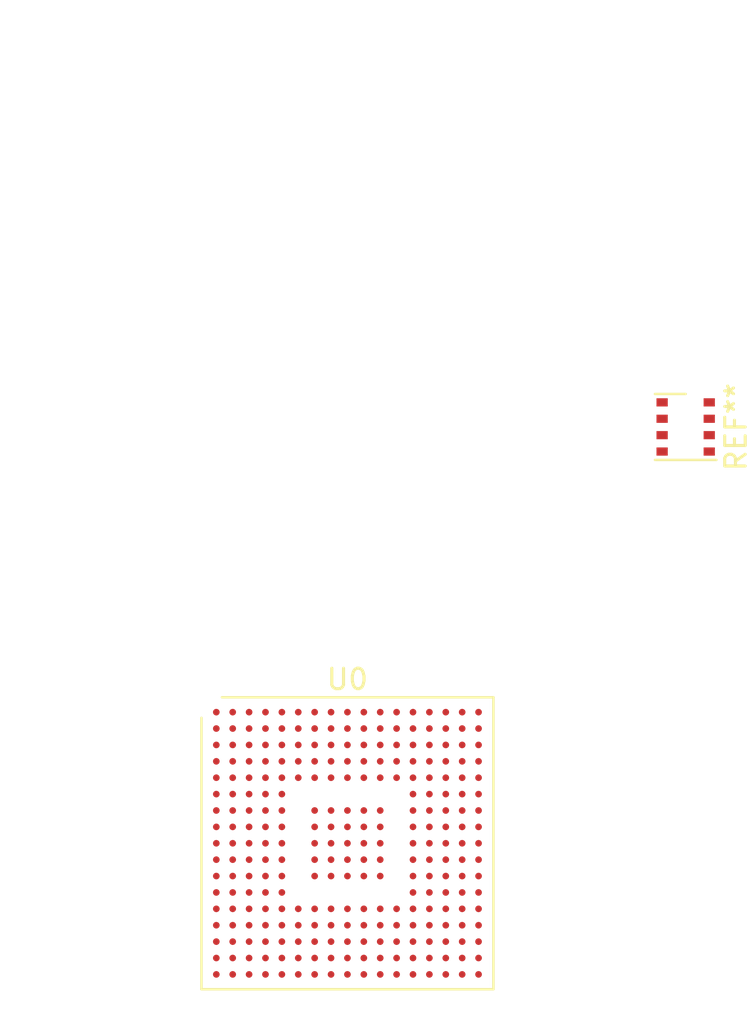
<source format=kicad_pcb>
(kicad_pcb (version 20171130) (host pcbnew "(5.0.2)-1")

  (general
    (thickness 1.6)
    (drawings 0)
    (tracks 0)
    (zones 0)
    (modules 2)
    (nets 1)
  )

  (page A4)
  (layers
    (0 F.Cu signal)
    (31 B.Cu signal)
    (32 B.Adhes user)
    (33 F.Adhes user)
    (34 B.Paste user)
    (35 F.Paste user)
    (36 B.SilkS user)
    (37 F.SilkS user)
    (38 B.Mask user)
    (39 F.Mask user)
    (40 Dwgs.User user)
    (41 Cmts.User user)
    (42 Eco1.User user)
    (43 Eco2.User user)
    (44 Edge.Cuts user)
    (45 Margin user)
    (46 B.CrtYd user)
    (47 F.CrtYd user)
    (48 B.Fab user)
    (49 F.Fab user)
  )

  (setup
    (last_trace_width 0.25)
    (trace_clearance 0.2)
    (zone_clearance 0.508)
    (zone_45_only no)
    (trace_min 0.2)
    (segment_width 0.2)
    (edge_width 0.15)
    (via_size 0.8)
    (via_drill 0.4)
    (via_min_size 0.4)
    (via_min_drill 0.3)
    (uvia_size 0.3)
    (uvia_drill 0.1)
    (uvias_allowed no)
    (uvia_min_size 0.2)
    (uvia_min_drill 0.1)
    (pcb_text_width 0.3)
    (pcb_text_size 1.5 1.5)
    (mod_edge_width 0.15)
    (mod_text_size 1 1)
    (mod_text_width 0.15)
    (pad_size 1.524 1.524)
    (pad_drill 0.762)
    (pad_to_mask_clearance 0.051)
    (solder_mask_min_width 0.25)
    (aux_axis_origin 0 0)
    (visible_elements 7FFFFFFF)
    (pcbplotparams
      (layerselection 0x010fc_ffffffff)
      (usegerberextensions false)
      (usegerberattributes false)
      (usegerberadvancedattributes false)
      (creategerberjobfile false)
      (excludeedgelayer true)
      (linewidth 0.100000)
      (plotframeref false)
      (viasonmask false)
      (mode 1)
      (useauxorigin false)
      (hpglpennumber 1)
      (hpglpenspeed 20)
      (hpglpendiameter 15.000000)
      (psnegative false)
      (psa4output false)
      (plotreference true)
      (plotvalue true)
      (plotinvisibletext false)
      (padsonsilk false)
      (subtractmaskfromsilk false)
      (outputformat 1)
      (mirror false)
      (drillshape 1)
      (scaleselection 1)
      (outputdirectory ""))
  )

  (net 0 "")

  (net_class Default "This is the default net class."
    (clearance 0.2)
    (trace_width 0.25)
    (via_dia 0.8)
    (via_drill 0.4)
    (uvia_dia 0.3)
    (uvia_drill 0.1)
  )

  (module Package_BGA:TFBGA-265_14x14mm_Layout17x17_P0.8mm (layer F.Cu) (tedit 5CF4FC42) (tstamp 5D01C88C)
    (at 152.4 88.9)
    (descr "TFBGA-265, 17x17 raster, 14x14mm package, pitch 0.8mm; see section 7.8 of http://www.st.com/resource/en/datasheet/DM00387108.pdf")
    (tags "BGA 265 0.8")
    (attr smd)
    (fp_text reference U0 (at 0 -8) (layer F.SilkS)
      (effects (font (size 1 1) (thickness 0.15)))
    )
    (fp_text value TFBGA-265_14x14mm_Layout17x17_P0.8mm (at 0 8) (layer F.Fab)
      (effects (font (size 1 1) (thickness 0.15)))
    )
    (fp_text user %R (at 0 0) (layer F.Fab)
      (effects (font (size 1 1) (thickness 0.15)))
    )
    (fp_line (start -7.125 7.125) (end -7.125 -6.125) (layer F.SilkS) (width 0.12))
    (fp_line (start 7.125 7.125) (end -7.125 7.125) (layer F.SilkS) (width 0.12))
    (fp_line (start 7.125 -7.125) (end 7.125 7.125) (layer F.SilkS) (width 0.12))
    (fp_line (start -6.125 -7.125) (end 7.125 -7.125) (layer F.SilkS) (width 0.12))
    (fp_line (start 8 -8) (end -8 -8) (layer F.CrtYd) (width 0.05))
    (fp_line (start 8 8) (end 8 -8) (layer F.CrtYd) (width 0.05))
    (fp_line (start -8 8) (end 8 8) (layer F.CrtYd) (width 0.05))
    (fp_line (start -8 -8) (end -8 8) (layer F.CrtYd) (width 0.05))
    (fp_line (start 7 -7) (end 7 7) (layer F.Fab) (width 0.1))
    (fp_line (start -6 -7) (end 7 -7) (layer F.Fab) (width 0.1))
    (fp_line (start -7 -6) (end -6 -7) (layer F.Fab) (width 0.1))
    (fp_line (start -7 7) (end -7 -6) (layer F.Fab) (width 0.1))
    (fp_line (start 7 7) (end -7 7) (layer F.Fab) (width 0.1))
    (pad U17 smd circle (at 6.4 6.4) (size 0.325 0.325) (layers F.Cu F.Paste F.Mask)
      (solder_paste_margin_ratio -0.115))
    (pad U16 smd circle (at 5.6 6.4) (size 0.325 0.325) (layers F.Cu F.Paste F.Mask)
      (solder_paste_margin_ratio -0.115))
    (pad U15 smd circle (at 4.8 6.4) (size 0.325 0.325) (layers F.Cu F.Paste F.Mask)
      (solder_paste_margin_ratio -0.115))
    (pad U14 smd circle (at 4 6.4) (size 0.325 0.325) (layers F.Cu F.Paste F.Mask)
      (solder_paste_margin_ratio -0.115))
    (pad U13 smd circle (at 3.2 6.4) (size 0.325 0.325) (layers F.Cu F.Paste F.Mask)
      (solder_paste_margin_ratio -0.115))
    (pad U12 smd circle (at 2.4 6.4) (size 0.325 0.325) (layers F.Cu F.Paste F.Mask)
      (solder_paste_margin_ratio -0.115))
    (pad U11 smd circle (at 1.6 6.4) (size 0.325 0.325) (layers F.Cu F.Paste F.Mask)
      (solder_paste_margin_ratio -0.115))
    (pad U10 smd circle (at 0.8 6.4) (size 0.325 0.325) (layers F.Cu F.Paste F.Mask)
      (solder_paste_margin_ratio -0.115))
    (pad U9 smd circle (at 0 6.4) (size 0.325 0.325) (layers F.Cu F.Paste F.Mask)
      (solder_paste_margin_ratio -0.115))
    (pad U8 smd circle (at -0.8 6.4) (size 0.325 0.325) (layers F.Cu F.Paste F.Mask)
      (solder_paste_margin_ratio -0.115))
    (pad U7 smd circle (at -1.6 6.4) (size 0.325 0.325) (layers F.Cu F.Paste F.Mask)
      (solder_paste_margin_ratio -0.115))
    (pad U6 smd circle (at -2.4 6.4) (size 0.325 0.325) (layers F.Cu F.Paste F.Mask)
      (solder_paste_margin_ratio -0.115))
    (pad U5 smd circle (at -3.2 6.4) (size 0.325 0.325) (layers F.Cu F.Paste F.Mask)
      (solder_paste_margin_ratio -0.115))
    (pad U4 smd circle (at -4 6.4) (size 0.325 0.325) (layers F.Cu F.Paste F.Mask)
      (solder_paste_margin_ratio -0.115))
    (pad U3 smd circle (at -4.8 6.4) (size 0.325 0.325) (layers F.Cu F.Paste F.Mask)
      (solder_paste_margin_ratio -0.115))
    (pad U2 smd circle (at -5.6 6.4) (size 0.325 0.325) (layers F.Cu F.Paste F.Mask)
      (solder_paste_margin_ratio -0.115))
    (pad U1 smd circle (at -6.4 6.4) (size 0.325 0.325) (layers F.Cu F.Paste F.Mask)
      (solder_paste_margin_ratio -0.115))
    (pad T17 smd circle (at 6.4 5.6) (size 0.325 0.325) (layers F.Cu F.Paste F.Mask)
      (solder_paste_margin_ratio -0.115))
    (pad T16 smd circle (at 5.6 5.6) (size 0.325 0.325) (layers F.Cu F.Paste F.Mask)
      (solder_paste_margin_ratio -0.115))
    (pad T15 smd circle (at 4.8 5.6) (size 0.325 0.325) (layers F.Cu F.Paste F.Mask)
      (solder_paste_margin_ratio -0.115))
    (pad T14 smd circle (at 4 5.6) (size 0.325 0.325) (layers F.Cu F.Paste F.Mask)
      (solder_paste_margin_ratio -0.115))
    (pad T13 smd circle (at 3.2 5.6) (size 0.325 0.325) (layers F.Cu F.Paste F.Mask)
      (solder_paste_margin_ratio -0.115))
    (pad T12 smd circle (at 2.4 5.6) (size 0.325 0.325) (layers F.Cu F.Paste F.Mask)
      (solder_paste_margin_ratio -0.115))
    (pad T11 smd circle (at 1.6 5.6) (size 0.325 0.325) (layers F.Cu F.Paste F.Mask)
      (solder_paste_margin_ratio -0.115))
    (pad T10 smd circle (at 0.8 5.6) (size 0.325 0.325) (layers F.Cu F.Paste F.Mask)
      (solder_paste_margin_ratio -0.115))
    (pad T9 smd circle (at 0 5.6) (size 0.325 0.325) (layers F.Cu F.Paste F.Mask)
      (solder_paste_margin_ratio -0.115))
    (pad T8 smd circle (at -0.8 5.6) (size 0.325 0.325) (layers F.Cu F.Paste F.Mask)
      (solder_paste_margin_ratio -0.115))
    (pad T7 smd circle (at -1.6 5.6) (size 0.325 0.325) (layers F.Cu F.Paste F.Mask)
      (solder_paste_margin_ratio -0.115))
    (pad T6 smd circle (at -2.4 5.6) (size 0.325 0.325) (layers F.Cu F.Paste F.Mask)
      (solder_paste_margin_ratio -0.115))
    (pad T5 smd circle (at -3.2 5.6) (size 0.325 0.325) (layers F.Cu F.Paste F.Mask)
      (solder_paste_margin_ratio -0.115))
    (pad T4 smd circle (at -4 5.6) (size 0.325 0.325) (layers F.Cu F.Paste F.Mask)
      (solder_paste_margin_ratio -0.115))
    (pad T3 smd circle (at -4.8 5.6) (size 0.325 0.325) (layers F.Cu F.Paste F.Mask)
      (solder_paste_margin_ratio -0.115))
    (pad T2 smd circle (at -5.6 5.6) (size 0.325 0.325) (layers F.Cu F.Paste F.Mask)
      (solder_paste_margin_ratio -0.115))
    (pad T1 smd circle (at -6.4 5.6) (size 0.325 0.325) (layers F.Cu F.Paste F.Mask)
      (solder_paste_margin_ratio -0.115))
    (pad R17 smd circle (at 6.4 4.8) (size 0.325 0.325) (layers F.Cu F.Paste F.Mask)
      (solder_paste_margin_ratio -0.115))
    (pad R16 smd circle (at 5.6 4.8) (size 0.325 0.325) (layers F.Cu F.Paste F.Mask)
      (solder_paste_margin_ratio -0.115))
    (pad R15 smd circle (at 4.8 4.8) (size 0.325 0.325) (layers F.Cu F.Paste F.Mask)
      (solder_paste_margin_ratio -0.115))
    (pad R14 smd circle (at 4 4.8) (size 0.325 0.325) (layers F.Cu F.Paste F.Mask)
      (solder_paste_margin_ratio -0.115))
    (pad R13 smd circle (at 3.2 4.8) (size 0.325 0.325) (layers F.Cu F.Paste F.Mask)
      (solder_paste_margin_ratio -0.115))
    (pad R12 smd circle (at 2.4 4.8) (size 0.325 0.325) (layers F.Cu F.Paste F.Mask)
      (solder_paste_margin_ratio -0.115))
    (pad R11 smd circle (at 1.6 4.8) (size 0.325 0.325) (layers F.Cu F.Paste F.Mask)
      (solder_paste_margin_ratio -0.115))
    (pad R10 smd circle (at 0.8 4.8) (size 0.325 0.325) (layers F.Cu F.Paste F.Mask)
      (solder_paste_margin_ratio -0.115))
    (pad R9 smd circle (at 0 4.8) (size 0.325 0.325) (layers F.Cu F.Paste F.Mask)
      (solder_paste_margin_ratio -0.115))
    (pad R8 smd circle (at -0.8 4.8) (size 0.325 0.325) (layers F.Cu F.Paste F.Mask)
      (solder_paste_margin_ratio -0.115))
    (pad R7 smd circle (at -1.6 4.8) (size 0.325 0.325) (layers F.Cu F.Paste F.Mask)
      (solder_paste_margin_ratio -0.115))
    (pad R6 smd circle (at -2.4 4.8) (size 0.325 0.325) (layers F.Cu F.Paste F.Mask)
      (solder_paste_margin_ratio -0.115))
    (pad R5 smd circle (at -3.2 4.8) (size 0.325 0.325) (layers F.Cu F.Paste F.Mask)
      (solder_paste_margin_ratio -0.115))
    (pad R4 smd circle (at -4 4.8) (size 0.325 0.325) (layers F.Cu F.Paste F.Mask)
      (solder_paste_margin_ratio -0.115))
    (pad R3 smd circle (at -4.8 4.8) (size 0.325 0.325) (layers F.Cu F.Paste F.Mask)
      (solder_paste_margin_ratio -0.115))
    (pad R2 smd circle (at -5.6 4.8) (size 0.325 0.325) (layers F.Cu F.Paste F.Mask)
      (solder_paste_margin_ratio -0.115))
    (pad R1 smd circle (at -6.4 4.8) (size 0.325 0.325) (layers F.Cu F.Paste F.Mask)
      (solder_paste_margin_ratio -0.115))
    (pad P17 smd circle (at 6.4 4) (size 0.325 0.325) (layers F.Cu F.Paste F.Mask)
      (solder_paste_margin_ratio -0.115))
    (pad P16 smd circle (at 5.6 4) (size 0.325 0.325) (layers F.Cu F.Paste F.Mask)
      (solder_paste_margin_ratio -0.115))
    (pad P15 smd circle (at 4.8 4) (size 0.325 0.325) (layers F.Cu F.Paste F.Mask)
      (solder_paste_margin_ratio -0.115))
    (pad P14 smd circle (at 4 4) (size 0.325 0.325) (layers F.Cu F.Paste F.Mask)
      (solder_paste_margin_ratio -0.115))
    (pad P13 smd circle (at 3.2 4) (size 0.325 0.325) (layers F.Cu F.Paste F.Mask)
      (solder_paste_margin_ratio -0.115))
    (pad P12 smd circle (at 2.4 4) (size 0.325 0.325) (layers F.Cu F.Paste F.Mask)
      (solder_paste_margin_ratio -0.115))
    (pad P11 smd circle (at 1.6 4) (size 0.325 0.325) (layers F.Cu F.Paste F.Mask)
      (solder_paste_margin_ratio -0.115))
    (pad P10 smd circle (at 0.8 4) (size 0.325 0.325) (layers F.Cu F.Paste F.Mask)
      (solder_paste_margin_ratio -0.115))
    (pad P9 smd circle (at 0 4) (size 0.325 0.325) (layers F.Cu F.Paste F.Mask)
      (solder_paste_margin_ratio -0.115))
    (pad P8 smd circle (at -0.8 4) (size 0.325 0.325) (layers F.Cu F.Paste F.Mask)
      (solder_paste_margin_ratio -0.115))
    (pad P7 smd circle (at -1.6 4) (size 0.325 0.325) (layers F.Cu F.Paste F.Mask)
      (solder_paste_margin_ratio -0.115))
    (pad P6 smd circle (at -2.4 4) (size 0.325 0.325) (layers F.Cu F.Paste F.Mask)
      (solder_paste_margin_ratio -0.115))
    (pad P5 smd circle (at -3.2 4) (size 0.325 0.325) (layers F.Cu F.Paste F.Mask)
      (solder_paste_margin_ratio -0.115))
    (pad P4 smd circle (at -4 4) (size 0.325 0.325) (layers F.Cu F.Paste F.Mask)
      (solder_paste_margin_ratio -0.115))
    (pad P3 smd circle (at -4.8 4) (size 0.325 0.325) (layers F.Cu F.Paste F.Mask)
      (solder_paste_margin_ratio -0.115))
    (pad P2 smd circle (at -5.6 4) (size 0.325 0.325) (layers F.Cu F.Paste F.Mask)
      (solder_paste_margin_ratio -0.115))
    (pad P1 smd circle (at -6.4 4) (size 0.325 0.325) (layers F.Cu F.Paste F.Mask)
      (solder_paste_margin_ratio -0.115))
    (pad N17 smd circle (at 6.4 3.2) (size 0.325 0.325) (layers F.Cu F.Paste F.Mask)
      (solder_paste_margin_ratio -0.115))
    (pad N16 smd circle (at 5.6 3.2) (size 0.325 0.325) (layers F.Cu F.Paste F.Mask)
      (solder_paste_margin_ratio -0.115))
    (pad N15 smd circle (at 4.8 3.2) (size 0.325 0.325) (layers F.Cu F.Paste F.Mask)
      (solder_paste_margin_ratio -0.115))
    (pad N14 smd circle (at 4 3.2) (size 0.325 0.325) (layers F.Cu F.Paste F.Mask)
      (solder_paste_margin_ratio -0.115))
    (pad N13 smd circle (at 3.2 3.2) (size 0.325 0.325) (layers F.Cu F.Paste F.Mask)
      (solder_paste_margin_ratio -0.115))
    (pad N12 smd circle (at 2.4 3.2) (size 0.325 0.325) (layers F.Cu F.Paste F.Mask)
      (solder_paste_margin_ratio -0.115))
    (pad N11 smd circle (at 1.6 3.2) (size 0.325 0.325) (layers F.Cu F.Paste F.Mask)
      (solder_paste_margin_ratio -0.115))
    (pad N10 smd circle (at 0.8 3.2) (size 0.325 0.325) (layers F.Cu F.Paste F.Mask)
      (solder_paste_margin_ratio -0.115))
    (pad N9 smd circle (at 0 3.2) (size 0.325 0.325) (layers F.Cu F.Paste F.Mask)
      (solder_paste_margin_ratio -0.115))
    (pad N8 smd circle (at -0.8 3.2) (size 0.325 0.325) (layers F.Cu F.Paste F.Mask)
      (solder_paste_margin_ratio -0.115))
    (pad N7 smd circle (at -1.6 3.2) (size 0.325 0.325) (layers F.Cu F.Paste F.Mask)
      (solder_paste_margin_ratio -0.115))
    (pad N6 smd circle (at -2.4 3.2) (size 0.325 0.325) (layers F.Cu F.Paste F.Mask)
      (solder_paste_margin_ratio -0.115))
    (pad N5 smd circle (at -3.2 3.2) (size 0.325 0.325) (layers F.Cu F.Paste F.Mask)
      (solder_paste_margin_ratio -0.115))
    (pad N4 smd circle (at -4 3.2) (size 0.325 0.325) (layers F.Cu F.Paste F.Mask)
      (solder_paste_margin_ratio -0.115))
    (pad N3 smd circle (at -4.8 3.2) (size 0.325 0.325) (layers F.Cu F.Paste F.Mask)
      (solder_paste_margin_ratio -0.115))
    (pad N2 smd circle (at -5.6 3.2) (size 0.325 0.325) (layers F.Cu F.Paste F.Mask)
      (solder_paste_margin_ratio -0.115))
    (pad N1 smd circle (at -6.4 3.2) (size 0.325 0.325) (layers F.Cu F.Paste F.Mask)
      (solder_paste_margin_ratio -0.115))
    (pad M17 smd circle (at 6.4 2.4) (size 0.325 0.325) (layers F.Cu F.Paste F.Mask)
      (solder_paste_margin_ratio -0.115))
    (pad M16 smd circle (at 5.6 2.4) (size 0.325 0.325) (layers F.Cu F.Paste F.Mask)
      (solder_paste_margin_ratio -0.115))
    (pad M15 smd circle (at 4.8 2.4) (size 0.325 0.325) (layers F.Cu F.Paste F.Mask)
      (solder_paste_margin_ratio -0.115))
    (pad M14 smd circle (at 4 2.4) (size 0.325 0.325) (layers F.Cu F.Paste F.Mask)
      (solder_paste_margin_ratio -0.115))
    (pad M13 smd circle (at 3.2 2.4) (size 0.325 0.325) (layers F.Cu F.Paste F.Mask)
      (solder_paste_margin_ratio -0.115))
    (pad M5 smd circle (at -3.2 2.4) (size 0.325 0.325) (layers F.Cu F.Paste F.Mask)
      (solder_paste_margin_ratio -0.115))
    (pad M4 smd circle (at -4 2.4) (size 0.325 0.325) (layers F.Cu F.Paste F.Mask)
      (solder_paste_margin_ratio -0.115))
    (pad M3 smd circle (at -4.8 2.4) (size 0.325 0.325) (layers F.Cu F.Paste F.Mask)
      (solder_paste_margin_ratio -0.115))
    (pad M2 smd circle (at -5.6 2.4) (size 0.325 0.325) (layers F.Cu F.Paste F.Mask)
      (solder_paste_margin_ratio -0.115))
    (pad M1 smd circle (at -6.4 2.4) (size 0.325 0.325) (layers F.Cu F.Paste F.Mask)
      (solder_paste_margin_ratio -0.115))
    (pad L17 smd circle (at 6.4 1.6) (size 0.325 0.325) (layers F.Cu F.Paste F.Mask)
      (solder_paste_margin_ratio -0.115))
    (pad L16 smd circle (at 5.6 1.6) (size 0.325 0.325) (layers F.Cu F.Paste F.Mask)
      (solder_paste_margin_ratio -0.115))
    (pad L15 smd circle (at 4.8 1.6) (size 0.325 0.325) (layers F.Cu F.Paste F.Mask)
      (solder_paste_margin_ratio -0.115))
    (pad L14 smd circle (at 4 1.6) (size 0.325 0.325) (layers F.Cu F.Paste F.Mask)
      (solder_paste_margin_ratio -0.115))
    (pad L13 smd circle (at 3.2 1.6) (size 0.325 0.325) (layers F.Cu F.Paste F.Mask)
      (solder_paste_margin_ratio -0.115))
    (pad L11 smd circle (at 1.6 1.6) (size 0.325 0.325) (layers F.Cu F.Paste F.Mask)
      (solder_paste_margin_ratio -0.115))
    (pad L10 smd circle (at 0.8 1.6) (size 0.325 0.325) (layers F.Cu F.Paste F.Mask)
      (solder_paste_margin_ratio -0.115))
    (pad L9 smd circle (at 0 1.6) (size 0.325 0.325) (layers F.Cu F.Paste F.Mask)
      (solder_paste_margin_ratio -0.115))
    (pad L8 smd circle (at -0.8 1.6) (size 0.325 0.325) (layers F.Cu F.Paste F.Mask)
      (solder_paste_margin_ratio -0.115))
    (pad L7 smd circle (at -1.6 1.6) (size 0.325 0.325) (layers F.Cu F.Paste F.Mask)
      (solder_paste_margin_ratio -0.115))
    (pad L5 smd circle (at -3.2 1.6) (size 0.325 0.325) (layers F.Cu F.Paste F.Mask)
      (solder_paste_margin_ratio -0.115))
    (pad L4 smd circle (at -4 1.6) (size 0.325 0.325) (layers F.Cu F.Paste F.Mask)
      (solder_paste_margin_ratio -0.115))
    (pad L3 smd circle (at -4.8 1.6) (size 0.325 0.325) (layers F.Cu F.Paste F.Mask)
      (solder_paste_margin_ratio -0.115))
    (pad L2 smd circle (at -5.6 1.6) (size 0.325 0.325) (layers F.Cu F.Paste F.Mask)
      (solder_paste_margin_ratio -0.115))
    (pad L1 smd circle (at -6.4 1.6) (size 0.325 0.325) (layers F.Cu F.Paste F.Mask)
      (solder_paste_margin_ratio -0.115))
    (pad K17 smd circle (at 6.4 0.8) (size 0.325 0.325) (layers F.Cu F.Paste F.Mask)
      (solder_paste_margin_ratio -0.115))
    (pad K16 smd circle (at 5.6 0.8) (size 0.325 0.325) (layers F.Cu F.Paste F.Mask)
      (solder_paste_margin_ratio -0.115))
    (pad K15 smd circle (at 4.8 0.8) (size 0.325 0.325) (layers F.Cu F.Paste F.Mask)
      (solder_paste_margin_ratio -0.115))
    (pad K14 smd circle (at 4 0.8) (size 0.325 0.325) (layers F.Cu F.Paste F.Mask)
      (solder_paste_margin_ratio -0.115))
    (pad K13 smd circle (at 3.2 0.8) (size 0.325 0.325) (layers F.Cu F.Paste F.Mask)
      (solder_paste_margin_ratio -0.115))
    (pad K11 smd circle (at 1.6 0.8) (size 0.325 0.325) (layers F.Cu F.Paste F.Mask)
      (solder_paste_margin_ratio -0.115))
    (pad K10 smd circle (at 0.8 0.8) (size 0.325 0.325) (layers F.Cu F.Paste F.Mask)
      (solder_paste_margin_ratio -0.115))
    (pad K9 smd circle (at 0 0.8) (size 0.325 0.325) (layers F.Cu F.Paste F.Mask)
      (solder_paste_margin_ratio -0.115))
    (pad K8 smd circle (at -0.8 0.8) (size 0.325 0.325) (layers F.Cu F.Paste F.Mask)
      (solder_paste_margin_ratio -0.115))
    (pad K7 smd circle (at -1.6 0.8) (size 0.325 0.325) (layers F.Cu F.Paste F.Mask)
      (solder_paste_margin_ratio -0.115))
    (pad K5 smd circle (at -3.2 0.8) (size 0.325 0.325) (layers F.Cu F.Paste F.Mask)
      (solder_paste_margin_ratio -0.115))
    (pad K4 smd circle (at -4 0.8) (size 0.325 0.325) (layers F.Cu F.Paste F.Mask)
      (solder_paste_margin_ratio -0.115))
    (pad K3 smd circle (at -4.8 0.8) (size 0.325 0.325) (layers F.Cu F.Paste F.Mask)
      (solder_paste_margin_ratio -0.115))
    (pad K2 smd circle (at -5.6 0.8) (size 0.325 0.325) (layers F.Cu F.Paste F.Mask)
      (solder_paste_margin_ratio -0.115))
    (pad K1 smd circle (at -6.4 0.8) (size 0.325 0.325) (layers F.Cu F.Paste F.Mask)
      (solder_paste_margin_ratio -0.115))
    (pad J17 smd circle (at 6.4 0) (size 0.325 0.325) (layers F.Cu F.Paste F.Mask)
      (solder_paste_margin_ratio -0.115))
    (pad J16 smd circle (at 5.6 0) (size 0.325 0.325) (layers F.Cu F.Paste F.Mask)
      (solder_paste_margin_ratio -0.115))
    (pad J15 smd circle (at 4.8 0) (size 0.325 0.325) (layers F.Cu F.Paste F.Mask)
      (solder_paste_margin_ratio -0.115))
    (pad J14 smd circle (at 4 0) (size 0.325 0.325) (layers F.Cu F.Paste F.Mask)
      (solder_paste_margin_ratio -0.115))
    (pad J13 smd circle (at 3.2 0) (size 0.325 0.325) (layers F.Cu F.Paste F.Mask)
      (solder_paste_margin_ratio -0.115))
    (pad J11 smd circle (at 1.6 0) (size 0.325 0.325) (layers F.Cu F.Paste F.Mask)
      (solder_paste_margin_ratio -0.115))
    (pad J10 smd circle (at 0.8 0) (size 0.325 0.325) (layers F.Cu F.Paste F.Mask)
      (solder_paste_margin_ratio -0.115))
    (pad J9 smd circle (at 0 0) (size 0.325 0.325) (layers F.Cu F.Paste F.Mask)
      (solder_paste_margin_ratio -0.115))
    (pad J8 smd circle (at -0.8 0) (size 0.325 0.325) (layers F.Cu F.Paste F.Mask)
      (solder_paste_margin_ratio -0.115))
    (pad J7 smd circle (at -1.6 0) (size 0.325 0.325) (layers F.Cu F.Paste F.Mask)
      (solder_paste_margin_ratio -0.115))
    (pad J5 smd circle (at -3.2 0) (size 0.325 0.325) (layers F.Cu F.Paste F.Mask)
      (solder_paste_margin_ratio -0.115))
    (pad J4 smd circle (at -4 0) (size 0.325 0.325) (layers F.Cu F.Paste F.Mask)
      (solder_paste_margin_ratio -0.115))
    (pad J3 smd circle (at -4.8 0) (size 0.325 0.325) (layers F.Cu F.Paste F.Mask)
      (solder_paste_margin_ratio -0.115))
    (pad J2 smd circle (at -5.6 0) (size 0.325 0.325) (layers F.Cu F.Paste F.Mask)
      (solder_paste_margin_ratio -0.115))
    (pad J1 smd circle (at -6.4 0) (size 0.325 0.325) (layers F.Cu F.Paste F.Mask)
      (solder_paste_margin_ratio -0.115))
    (pad H17 smd circle (at 6.4 -0.8) (size 0.325 0.325) (layers F.Cu F.Paste F.Mask)
      (solder_paste_margin_ratio -0.115))
    (pad H16 smd circle (at 5.6 -0.8) (size 0.325 0.325) (layers F.Cu F.Paste F.Mask)
      (solder_paste_margin_ratio -0.115))
    (pad H15 smd circle (at 4.8 -0.8) (size 0.325 0.325) (layers F.Cu F.Paste F.Mask)
      (solder_paste_margin_ratio -0.115))
    (pad H14 smd circle (at 4 -0.8) (size 0.325 0.325) (layers F.Cu F.Paste F.Mask)
      (solder_paste_margin_ratio -0.115))
    (pad H13 smd circle (at 3.2 -0.8) (size 0.325 0.325) (layers F.Cu F.Paste F.Mask)
      (solder_paste_margin_ratio -0.115))
    (pad H11 smd circle (at 1.6 -0.8) (size 0.325 0.325) (layers F.Cu F.Paste F.Mask)
      (solder_paste_margin_ratio -0.115))
    (pad H10 smd circle (at 0.8 -0.8) (size 0.325 0.325) (layers F.Cu F.Paste F.Mask)
      (solder_paste_margin_ratio -0.115))
    (pad H9 smd circle (at 0 -0.8) (size 0.325 0.325) (layers F.Cu F.Paste F.Mask)
      (solder_paste_margin_ratio -0.115))
    (pad H8 smd circle (at -0.8 -0.8) (size 0.325 0.325) (layers F.Cu F.Paste F.Mask)
      (solder_paste_margin_ratio -0.115))
    (pad H7 smd circle (at -1.6 -0.8) (size 0.325 0.325) (layers F.Cu F.Paste F.Mask)
      (solder_paste_margin_ratio -0.115))
    (pad H5 smd circle (at -3.2 -0.8) (size 0.325 0.325) (layers F.Cu F.Paste F.Mask)
      (solder_paste_margin_ratio -0.115))
    (pad H4 smd circle (at -4 -0.8) (size 0.325 0.325) (layers F.Cu F.Paste F.Mask)
      (solder_paste_margin_ratio -0.115))
    (pad H3 smd circle (at -4.8 -0.8) (size 0.325 0.325) (layers F.Cu F.Paste F.Mask)
      (solder_paste_margin_ratio -0.115))
    (pad H2 smd circle (at -5.6 -0.8) (size 0.325 0.325) (layers F.Cu F.Paste F.Mask)
      (solder_paste_margin_ratio -0.115))
    (pad H1 smd circle (at -6.4 -0.8) (size 0.325 0.325) (layers F.Cu F.Paste F.Mask)
      (solder_paste_margin_ratio -0.115))
    (pad G17 smd circle (at 6.4 -1.6) (size 0.325 0.325) (layers F.Cu F.Paste F.Mask)
      (solder_paste_margin_ratio -0.115))
    (pad G16 smd circle (at 5.6 -1.6) (size 0.325 0.325) (layers F.Cu F.Paste F.Mask)
      (solder_paste_margin_ratio -0.115))
    (pad G15 smd circle (at 4.8 -1.6) (size 0.325 0.325) (layers F.Cu F.Paste F.Mask)
      (solder_paste_margin_ratio -0.115))
    (pad G14 smd circle (at 4 -1.6) (size 0.325 0.325) (layers F.Cu F.Paste F.Mask)
      (solder_paste_margin_ratio -0.115))
    (pad G13 smd circle (at 3.2 -1.6) (size 0.325 0.325) (layers F.Cu F.Paste F.Mask)
      (solder_paste_margin_ratio -0.115))
    (pad G11 smd circle (at 1.6 -1.6) (size 0.325 0.325) (layers F.Cu F.Paste F.Mask)
      (solder_paste_margin_ratio -0.115))
    (pad G10 smd circle (at 0.8 -1.6) (size 0.325 0.325) (layers F.Cu F.Paste F.Mask)
      (solder_paste_margin_ratio -0.115))
    (pad G9 smd circle (at 0 -1.6) (size 0.325 0.325) (layers F.Cu F.Paste F.Mask)
      (solder_paste_margin_ratio -0.115))
    (pad G8 smd circle (at -0.8 -1.6) (size 0.325 0.325) (layers F.Cu F.Paste F.Mask)
      (solder_paste_margin_ratio -0.115))
    (pad G7 smd circle (at -1.6 -1.6) (size 0.325 0.325) (layers F.Cu F.Paste F.Mask)
      (solder_paste_margin_ratio -0.115))
    (pad G5 smd circle (at -3.2 -1.6) (size 0.325 0.325) (layers F.Cu F.Paste F.Mask)
      (solder_paste_margin_ratio -0.115))
    (pad G4 smd circle (at -4 -1.6) (size 0.325 0.325) (layers F.Cu F.Paste F.Mask)
      (solder_paste_margin_ratio -0.115))
    (pad G3 smd circle (at -4.8 -1.6) (size 0.325 0.325) (layers F.Cu F.Paste F.Mask)
      (solder_paste_margin_ratio -0.115))
    (pad G2 smd circle (at -5.6 -1.6) (size 0.325 0.325) (layers F.Cu F.Paste F.Mask)
      (solder_paste_margin_ratio -0.115))
    (pad G1 smd circle (at -6.4 -1.6) (size 0.325 0.325) (layers F.Cu F.Paste F.Mask)
      (solder_paste_margin_ratio -0.115))
    (pad F17 smd circle (at 6.4 -2.4) (size 0.325 0.325) (layers F.Cu F.Paste F.Mask)
      (solder_paste_margin_ratio -0.115))
    (pad F16 smd circle (at 5.6 -2.4) (size 0.325 0.325) (layers F.Cu F.Paste F.Mask)
      (solder_paste_margin_ratio -0.115))
    (pad F15 smd circle (at 4.8 -2.4) (size 0.325 0.325) (layers F.Cu F.Paste F.Mask)
      (solder_paste_margin_ratio -0.115))
    (pad F14 smd circle (at 4 -2.4) (size 0.325 0.325) (layers F.Cu F.Paste F.Mask)
      (solder_paste_margin_ratio -0.115))
    (pad F13 smd circle (at 3.2 -2.4) (size 0.325 0.325) (layers F.Cu F.Paste F.Mask)
      (solder_paste_margin_ratio -0.115))
    (pad F5 smd circle (at -3.2 -2.4) (size 0.325 0.325) (layers F.Cu F.Paste F.Mask)
      (solder_paste_margin_ratio -0.115))
    (pad F4 smd circle (at -4 -2.4) (size 0.325 0.325) (layers F.Cu F.Paste F.Mask)
      (solder_paste_margin_ratio -0.115))
    (pad F3 smd circle (at -4.8 -2.4) (size 0.325 0.325) (layers F.Cu F.Paste F.Mask)
      (solder_paste_margin_ratio -0.115))
    (pad F2 smd circle (at -5.6 -2.4) (size 0.325 0.325) (layers F.Cu F.Paste F.Mask)
      (solder_paste_margin_ratio -0.115))
    (pad F1 smd circle (at -6.4 -2.4) (size 0.325 0.325) (layers F.Cu F.Paste F.Mask)
      (solder_paste_margin_ratio -0.115))
    (pad E17 smd circle (at 6.4 -3.2) (size 0.325 0.325) (layers F.Cu F.Paste F.Mask)
      (solder_paste_margin_ratio -0.115))
    (pad E16 smd circle (at 5.6 -3.2) (size 0.325 0.325) (layers F.Cu F.Paste F.Mask)
      (solder_paste_margin_ratio -0.115))
    (pad E15 smd circle (at 4.8 -3.2) (size 0.325 0.325) (layers F.Cu F.Paste F.Mask)
      (solder_paste_margin_ratio -0.115))
    (pad E14 smd circle (at 4 -3.2) (size 0.325 0.325) (layers F.Cu F.Paste F.Mask)
      (solder_paste_margin_ratio -0.115))
    (pad E13 smd circle (at 3.2 -3.2) (size 0.325 0.325) (layers F.Cu F.Paste F.Mask)
      (solder_paste_margin_ratio -0.115))
    (pad E12 smd circle (at 2.4 -3.2) (size 0.325 0.325) (layers F.Cu F.Paste F.Mask)
      (solder_paste_margin_ratio -0.115))
    (pad E11 smd circle (at 1.6 -3.2) (size 0.325 0.325) (layers F.Cu F.Paste F.Mask)
      (solder_paste_margin_ratio -0.115))
    (pad E10 smd circle (at 0.8 -3.2) (size 0.325 0.325) (layers F.Cu F.Paste F.Mask)
      (solder_paste_margin_ratio -0.115))
    (pad E9 smd circle (at 0 -3.2) (size 0.325 0.325) (layers F.Cu F.Paste F.Mask)
      (solder_paste_margin_ratio -0.115))
    (pad E8 smd circle (at -0.8 -3.2) (size 0.325 0.325) (layers F.Cu F.Paste F.Mask)
      (solder_paste_margin_ratio -0.115))
    (pad E7 smd circle (at -1.6 -3.2) (size 0.325 0.325) (layers F.Cu F.Paste F.Mask)
      (solder_paste_margin_ratio -0.115))
    (pad E6 smd circle (at -2.4 -3.2) (size 0.325 0.325) (layers F.Cu F.Paste F.Mask)
      (solder_paste_margin_ratio -0.115))
    (pad E5 smd circle (at -3.2 -3.2) (size 0.325 0.325) (layers F.Cu F.Paste F.Mask)
      (solder_paste_margin_ratio -0.115))
    (pad E4 smd circle (at -4 -3.2) (size 0.325 0.325) (layers F.Cu F.Paste F.Mask)
      (solder_paste_margin_ratio -0.115))
    (pad E3 smd circle (at -4.8 -3.2) (size 0.325 0.325) (layers F.Cu F.Paste F.Mask)
      (solder_paste_margin_ratio -0.115))
    (pad E2 smd circle (at -5.6 -3.2) (size 0.325 0.325) (layers F.Cu F.Paste F.Mask)
      (solder_paste_margin_ratio -0.115))
    (pad E1 smd circle (at -6.4 -3.2) (size 0.325 0.325) (layers F.Cu F.Paste F.Mask)
      (solder_paste_margin_ratio -0.115))
    (pad D17 smd circle (at 6.4 -4) (size 0.325 0.325) (layers F.Cu F.Paste F.Mask)
      (solder_paste_margin_ratio -0.115))
    (pad D16 smd circle (at 5.6 -4) (size 0.325 0.325) (layers F.Cu F.Paste F.Mask)
      (solder_paste_margin_ratio -0.115))
    (pad D15 smd circle (at 4.8 -4) (size 0.325 0.325) (layers F.Cu F.Paste F.Mask)
      (solder_paste_margin_ratio -0.115))
    (pad D14 smd circle (at 4 -4) (size 0.325 0.325) (layers F.Cu F.Paste F.Mask)
      (solder_paste_margin_ratio -0.115))
    (pad D13 smd circle (at 3.2 -4) (size 0.325 0.325) (layers F.Cu F.Paste F.Mask)
      (solder_paste_margin_ratio -0.115))
    (pad D12 smd circle (at 2.4 -4) (size 0.325 0.325) (layers F.Cu F.Paste F.Mask)
      (solder_paste_margin_ratio -0.115))
    (pad D11 smd circle (at 1.6 -4) (size 0.325 0.325) (layers F.Cu F.Paste F.Mask)
      (solder_paste_margin_ratio -0.115))
    (pad D10 smd circle (at 0.8 -4) (size 0.325 0.325) (layers F.Cu F.Paste F.Mask)
      (solder_paste_margin_ratio -0.115))
    (pad D9 smd circle (at 0 -4) (size 0.325 0.325) (layers F.Cu F.Paste F.Mask)
      (solder_paste_margin_ratio -0.115))
    (pad D8 smd circle (at -0.8 -4) (size 0.325 0.325) (layers F.Cu F.Paste F.Mask)
      (solder_paste_margin_ratio -0.115))
    (pad D7 smd circle (at -1.6 -4) (size 0.325 0.325) (layers F.Cu F.Paste F.Mask)
      (solder_paste_margin_ratio -0.115))
    (pad D6 smd circle (at -2.4 -4) (size 0.325 0.325) (layers F.Cu F.Paste F.Mask)
      (solder_paste_margin_ratio -0.115))
    (pad D5 smd circle (at -3.2 -4) (size 0.325 0.325) (layers F.Cu F.Paste F.Mask)
      (solder_paste_margin_ratio -0.115))
    (pad D4 smd circle (at -4 -4) (size 0.325 0.325) (layers F.Cu F.Paste F.Mask)
      (solder_paste_margin_ratio -0.115))
    (pad D3 smd circle (at -4.8 -4) (size 0.325 0.325) (layers F.Cu F.Paste F.Mask)
      (solder_paste_margin_ratio -0.115))
    (pad D2 smd circle (at -5.6 -4) (size 0.325 0.325) (layers F.Cu F.Paste F.Mask)
      (solder_paste_margin_ratio -0.115))
    (pad D1 smd circle (at -6.4 -4) (size 0.325 0.325) (layers F.Cu F.Paste F.Mask)
      (solder_paste_margin_ratio -0.115))
    (pad C17 smd circle (at 6.4 -4.8) (size 0.325 0.325) (layers F.Cu F.Paste F.Mask)
      (solder_paste_margin_ratio -0.115))
    (pad C16 smd circle (at 5.6 -4.8) (size 0.325 0.325) (layers F.Cu F.Paste F.Mask)
      (solder_paste_margin_ratio -0.115))
    (pad C15 smd circle (at 4.8 -4.8) (size 0.325 0.325) (layers F.Cu F.Paste F.Mask)
      (solder_paste_margin_ratio -0.115))
    (pad C14 smd circle (at 4 -4.8) (size 0.325 0.325) (layers F.Cu F.Paste F.Mask)
      (solder_paste_margin_ratio -0.115))
    (pad C13 smd circle (at 3.2 -4.8) (size 0.325 0.325) (layers F.Cu F.Paste F.Mask)
      (solder_paste_margin_ratio -0.115))
    (pad C12 smd circle (at 2.4 -4.8) (size 0.325 0.325) (layers F.Cu F.Paste F.Mask)
      (solder_paste_margin_ratio -0.115))
    (pad C11 smd circle (at 1.6 -4.8) (size 0.325 0.325) (layers F.Cu F.Paste F.Mask)
      (solder_paste_margin_ratio -0.115))
    (pad C10 smd circle (at 0.8 -4.8) (size 0.325 0.325) (layers F.Cu F.Paste F.Mask)
      (solder_paste_margin_ratio -0.115))
    (pad C9 smd circle (at 0 -4.8) (size 0.325 0.325) (layers F.Cu F.Paste F.Mask)
      (solder_paste_margin_ratio -0.115))
    (pad C8 smd circle (at -0.8 -4.8) (size 0.325 0.325) (layers F.Cu F.Paste F.Mask)
      (solder_paste_margin_ratio -0.115))
    (pad C7 smd circle (at -1.6 -4.8) (size 0.325 0.325) (layers F.Cu F.Paste F.Mask)
      (solder_paste_margin_ratio -0.115))
    (pad C6 smd circle (at -2.4 -4.8) (size 0.325 0.325) (layers F.Cu F.Paste F.Mask)
      (solder_paste_margin_ratio -0.115))
    (pad C5 smd circle (at -3.2 -4.8) (size 0.325 0.325) (layers F.Cu F.Paste F.Mask)
      (solder_paste_margin_ratio -0.115))
    (pad C4 smd circle (at -4 -4.8) (size 0.325 0.325) (layers F.Cu F.Paste F.Mask)
      (solder_paste_margin_ratio -0.115))
    (pad C3 smd circle (at -4.8 -4.8) (size 0.325 0.325) (layers F.Cu F.Paste F.Mask)
      (solder_paste_margin_ratio -0.115))
    (pad C2 smd circle (at -5.6 -4.8) (size 0.325 0.325) (layers F.Cu F.Paste F.Mask)
      (solder_paste_margin_ratio -0.115))
    (pad C1 smd circle (at -6.4 -4.8) (size 0.325 0.325) (layers F.Cu F.Paste F.Mask)
      (solder_paste_margin_ratio -0.115))
    (pad B17 smd circle (at 6.4 -5.6) (size 0.325 0.325) (layers F.Cu F.Paste F.Mask)
      (solder_paste_margin_ratio -0.115))
    (pad B16 smd circle (at 5.6 -5.6) (size 0.325 0.325) (layers F.Cu F.Paste F.Mask)
      (solder_paste_margin_ratio -0.115))
    (pad B15 smd circle (at 4.8 -5.6) (size 0.325 0.325) (layers F.Cu F.Paste F.Mask)
      (solder_paste_margin_ratio -0.115))
    (pad B14 smd circle (at 4 -5.6) (size 0.325 0.325) (layers F.Cu F.Paste F.Mask)
      (solder_paste_margin_ratio -0.115))
    (pad B13 smd circle (at 3.2 -5.6) (size 0.325 0.325) (layers F.Cu F.Paste F.Mask)
      (solder_paste_margin_ratio -0.115))
    (pad B12 smd circle (at 2.4 -5.6) (size 0.325 0.325) (layers F.Cu F.Paste F.Mask)
      (solder_paste_margin_ratio -0.115))
    (pad B11 smd circle (at 1.6 -5.6) (size 0.325 0.325) (layers F.Cu F.Paste F.Mask)
      (solder_paste_margin_ratio -0.115))
    (pad B10 smd circle (at 0.8 -5.6) (size 0.325 0.325) (layers F.Cu F.Paste F.Mask)
      (solder_paste_margin_ratio -0.115))
    (pad B9 smd circle (at 0 -5.6) (size 0.325 0.325) (layers F.Cu F.Paste F.Mask)
      (solder_paste_margin_ratio -0.115))
    (pad B8 smd circle (at -0.8 -5.6) (size 0.325 0.325) (layers F.Cu F.Paste F.Mask)
      (solder_paste_margin_ratio -0.115))
    (pad B7 smd circle (at -1.6 -5.6) (size 0.325 0.325) (layers F.Cu F.Paste F.Mask)
      (solder_paste_margin_ratio -0.115))
    (pad B6 smd circle (at -2.4 -5.6) (size 0.325 0.325) (layers F.Cu F.Paste F.Mask)
      (solder_paste_margin_ratio -0.115))
    (pad B5 smd circle (at -3.2 -5.6) (size 0.325 0.325) (layers F.Cu F.Paste F.Mask)
      (solder_paste_margin_ratio -0.115))
    (pad B4 smd circle (at -4 -5.6) (size 0.325 0.325) (layers F.Cu F.Paste F.Mask)
      (solder_paste_margin_ratio -0.115))
    (pad B3 smd circle (at -4.8 -5.6) (size 0.325 0.325) (layers F.Cu F.Paste F.Mask)
      (solder_paste_margin_ratio -0.115))
    (pad B2 smd circle (at -5.6 -5.6) (size 0.325 0.325) (layers F.Cu F.Paste F.Mask)
      (solder_paste_margin_ratio -0.115))
    (pad B1 smd circle (at -6.4 -5.6) (size 0.325 0.325) (layers F.Cu F.Paste F.Mask)
      (solder_paste_margin_ratio -0.115))
    (pad A17 smd circle (at 6.4 -6.4) (size 0.325 0.325) (layers F.Cu F.Paste F.Mask)
      (solder_paste_margin_ratio -0.115))
    (pad A16 smd circle (at 5.6 -6.4) (size 0.325 0.325) (layers F.Cu F.Paste F.Mask)
      (solder_paste_margin_ratio -0.115))
    (pad A15 smd circle (at 4.8 -6.4) (size 0.325 0.325) (layers F.Cu F.Paste F.Mask)
      (solder_paste_margin_ratio -0.115))
    (pad A14 smd circle (at 4 -6.4) (size 0.325 0.325) (layers F.Cu F.Paste F.Mask)
      (solder_paste_margin_ratio -0.115))
    (pad A13 smd circle (at 3.2 -6.4) (size 0.325 0.325) (layers F.Cu F.Paste F.Mask)
      (solder_paste_margin_ratio -0.115))
    (pad A12 smd circle (at 2.4 -6.4) (size 0.325 0.325) (layers F.Cu F.Paste F.Mask)
      (solder_paste_margin_ratio -0.115))
    (pad A11 smd circle (at 1.6 -6.4) (size 0.325 0.325) (layers F.Cu F.Paste F.Mask)
      (solder_paste_margin_ratio -0.115))
    (pad A10 smd circle (at 0.8 -6.4) (size 0.325 0.325) (layers F.Cu F.Paste F.Mask)
      (solder_paste_margin_ratio -0.115))
    (pad A9 smd circle (at 0 -6.4) (size 0.325 0.325) (layers F.Cu F.Paste F.Mask)
      (solder_paste_margin_ratio -0.115))
    (pad A8 smd circle (at -0.8 -6.4) (size 0.325 0.325) (layers F.Cu F.Paste F.Mask)
      (solder_paste_margin_ratio -0.115))
    (pad A7 smd circle (at -1.6 -6.4) (size 0.325 0.325) (layers F.Cu F.Paste F.Mask)
      (solder_paste_margin_ratio -0.115))
    (pad A6 smd circle (at -2.4 -6.4) (size 0.325 0.325) (layers F.Cu F.Paste F.Mask)
      (solder_paste_margin_ratio -0.115))
    (pad A5 smd circle (at -3.2 -6.4) (size 0.325 0.325) (layers F.Cu F.Paste F.Mask)
      (solder_paste_margin_ratio -0.115))
    (pad A4 smd circle (at -4 -6.4) (size 0.325 0.325) (layers F.Cu F.Paste F.Mask)
      (solder_paste_margin_ratio -0.115))
    (pad A3 smd circle (at -4.8 -6.4) (size 0.325 0.325) (layers F.Cu F.Paste F.Mask)
      (solder_paste_margin_ratio -0.115))
    (pad A2 smd circle (at -5.6 -6.4) (size 0.325 0.325) (layers F.Cu F.Paste F.Mask)
      (solder_paste_margin_ratio -0.115))
    (pad A1 smd circle (at -6.4 -6.4) (size 0.325 0.325) (layers F.Cu F.Paste F.Mask)
      (solder_paste_margin_ratio -0.115))
    (model ${KISYS3DMOD}/Package_BGA.3dshapes/TFBGA-265_14x14mm_Layout17x17_P0.8mm.wrl
      (at (xyz 0 0 0))
      (scale (xyz 1 1 1))
      (rotate (xyz 0 0 0))
    )
  )

  (module Package_LGA:Bosch_LGA-8_3x3mm_P0.8mm_ClockwisePinNumbering (layer F.Cu) (tedit 5AE483CF) (tstamp 5D02AFA9)
    (at 168.91 68.58 270)
    (descr "Bosch  LGA, 8 Pin (https://ae-bst.resource.bosch.com/media/_tech/media/datasheets/BST-BME680-DS001-00.pdf#page=44), generated with kicad-footprint-generator ipc_lga_layoutBorder_generator.py")
    (tags "Bosch LGA LGA")
    (attr smd)
    (fp_text reference REF** (at 0 -2.45 270) (layer F.SilkS)
      (effects (font (size 1 1) (thickness 0.15)))
    )
    (fp_text value Bosch_LGA-8_3x3mm_P0.8mm_ClockwisePinNumbering (at 0 2.45 270) (layer F.Fab)
      (effects (font (size 1 1) (thickness 0.15)))
    )
    (fp_text user %R (at 0 0 180) (layer F.Fab)
      (effects (font (size 0.75 0.75) (thickness 0.11)))
    )
    (fp_line (start 1.75 -1.75) (end -1.75 -1.75) (layer F.CrtYd) (width 0.05))
    (fp_line (start 1.75 1.75) (end 1.75 -1.75) (layer F.CrtYd) (width 0.05))
    (fp_line (start -1.75 1.75) (end 1.75 1.75) (layer F.CrtYd) (width 0.05))
    (fp_line (start -1.75 -1.75) (end -1.75 1.75) (layer F.CrtYd) (width 0.05))
    (fp_line (start -1.5 -0.75) (end -0.75 -1.5) (layer F.Fab) (width 0.1))
    (fp_line (start -1.5 1.5) (end -1.5 -0.75) (layer F.Fab) (width 0.1))
    (fp_line (start 1.5 1.5) (end -1.5 1.5) (layer F.Fab) (width 0.1))
    (fp_line (start 1.5 -1.5) (end 1.5 1.5) (layer F.Fab) (width 0.1))
    (fp_line (start -0.75 -1.5) (end 1.5 -1.5) (layer F.Fab) (width 0.1))
    (fp_line (start 1.61 -1.5) (end 1.61 1.5) (layer F.SilkS) (width 0.12))
    (fp_line (start -1.61 0) (end -1.61 1.5) (layer F.SilkS) (width 0.12))
    (pad 8 smd rect (at -1.2 1.15 270) (size 0.4 0.55) (layers F.Cu F.Paste F.Mask))
    (pad 7 smd rect (at -0.4 1.15 270) (size 0.4 0.55) (layers F.Cu F.Paste F.Mask))
    (pad 6 smd rect (at 0.4 1.15 270) (size 0.4 0.55) (layers F.Cu F.Paste F.Mask))
    (pad 5 smd rect (at 1.2 1.15 270) (size 0.4 0.55) (layers F.Cu F.Paste F.Mask))
    (pad 4 smd rect (at 1.2 -1.15 270) (size 0.4 0.55) (layers F.Cu F.Paste F.Mask))
    (pad 3 smd rect (at 0.4 -1.15 270) (size 0.4 0.55) (layers F.Cu F.Paste F.Mask))
    (pad 2 smd rect (at -0.4 -1.15 270) (size 0.4 0.55) (layers F.Cu F.Paste F.Mask))
    (pad 1 smd rect (at -1.2 -1.15 270) (size 0.4 0.55) (layers F.Cu F.Paste F.Mask))
    (model ${KISYS3DMOD}/Package_LGA.3dshapes/Bosch_LGA-8_3x3mm_P0.8mm_ClockwisePinNumbering.wrl
      (at (xyz 0 0 0))
      (scale (xyz 1 1 1))
      (rotate (xyz 0 0 0))
    )
  )

)

</source>
